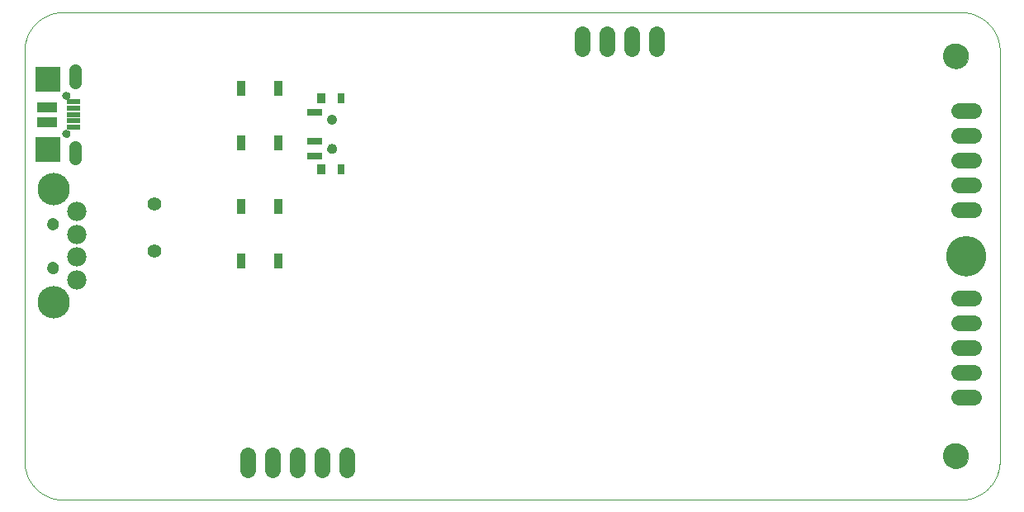
<source format=gbs>
G75*
%MOIN*%
%OFA0B0*%
%FSLAX25Y25*%
%IPPOS*%
%LPD*%
%AMOC8*
5,1,8,0,0,1.08239X$1,22.5*
%
%ADD10C,0.00000*%
%ADD11C,0.16148*%
%ADD12C,0.07800*%
%ADD13C,0.13061*%
%ADD14C,0.04731*%
%ADD15C,0.05600*%
%ADD16R,0.03400X0.06400*%
%ADD17C,0.06400*%
%ADD18C,0.10243*%
%ADD19R,0.06306X0.03156*%
%ADD20R,0.02762X0.04337*%
%ADD21R,0.03550X0.04337*%
%ADD22C,0.03943*%
%ADD23C,0.03156*%
%ADD24R,0.10243X0.10243*%
%ADD25C,0.05156*%
%ADD26R,0.08274X0.04337*%
%ADD27R,0.05709X0.01969*%
D10*
X0059668Y0020048D02*
X0059668Y0185402D01*
X0059673Y0185783D01*
X0059686Y0186163D01*
X0059709Y0186543D01*
X0059742Y0186922D01*
X0059783Y0187300D01*
X0059833Y0187677D01*
X0059893Y0188053D01*
X0059961Y0188428D01*
X0060039Y0188800D01*
X0060126Y0189171D01*
X0060221Y0189539D01*
X0060326Y0189905D01*
X0060439Y0190268D01*
X0060561Y0190629D01*
X0060691Y0190986D01*
X0060831Y0191340D01*
X0060978Y0191691D01*
X0061135Y0192038D01*
X0061299Y0192381D01*
X0061472Y0192720D01*
X0061653Y0193055D01*
X0061842Y0193386D01*
X0062039Y0193711D01*
X0062243Y0194032D01*
X0062456Y0194348D01*
X0062676Y0194658D01*
X0062903Y0194964D01*
X0063138Y0195263D01*
X0063380Y0195557D01*
X0063628Y0195845D01*
X0063884Y0196127D01*
X0064147Y0196402D01*
X0064416Y0196671D01*
X0064691Y0196934D01*
X0064973Y0197190D01*
X0065261Y0197438D01*
X0065555Y0197680D01*
X0065854Y0197915D01*
X0066160Y0198142D01*
X0066470Y0198362D01*
X0066786Y0198575D01*
X0067107Y0198779D01*
X0067432Y0198976D01*
X0067763Y0199165D01*
X0068098Y0199346D01*
X0068437Y0199519D01*
X0068780Y0199683D01*
X0069127Y0199840D01*
X0069478Y0199987D01*
X0069832Y0200127D01*
X0070189Y0200257D01*
X0070550Y0200379D01*
X0070913Y0200492D01*
X0071279Y0200597D01*
X0071647Y0200692D01*
X0072018Y0200779D01*
X0072390Y0200857D01*
X0072765Y0200925D01*
X0073141Y0200985D01*
X0073518Y0201035D01*
X0073896Y0201076D01*
X0074275Y0201109D01*
X0074655Y0201132D01*
X0075035Y0201145D01*
X0075416Y0201150D01*
X0437620Y0201150D01*
X0438001Y0201145D01*
X0438381Y0201132D01*
X0438761Y0201109D01*
X0439140Y0201076D01*
X0439518Y0201035D01*
X0439895Y0200985D01*
X0440271Y0200925D01*
X0440646Y0200857D01*
X0441018Y0200779D01*
X0441389Y0200692D01*
X0441757Y0200597D01*
X0442123Y0200492D01*
X0442486Y0200379D01*
X0442847Y0200257D01*
X0443204Y0200127D01*
X0443558Y0199987D01*
X0443909Y0199840D01*
X0444256Y0199683D01*
X0444599Y0199519D01*
X0444938Y0199346D01*
X0445273Y0199165D01*
X0445604Y0198976D01*
X0445929Y0198779D01*
X0446250Y0198575D01*
X0446566Y0198362D01*
X0446876Y0198142D01*
X0447182Y0197915D01*
X0447481Y0197680D01*
X0447775Y0197438D01*
X0448063Y0197190D01*
X0448345Y0196934D01*
X0448620Y0196671D01*
X0448889Y0196402D01*
X0449152Y0196127D01*
X0449408Y0195845D01*
X0449656Y0195557D01*
X0449898Y0195263D01*
X0450133Y0194964D01*
X0450360Y0194658D01*
X0450580Y0194348D01*
X0450793Y0194032D01*
X0450997Y0193711D01*
X0451194Y0193386D01*
X0451383Y0193055D01*
X0451564Y0192720D01*
X0451737Y0192381D01*
X0451901Y0192038D01*
X0452058Y0191691D01*
X0452205Y0191340D01*
X0452345Y0190986D01*
X0452475Y0190629D01*
X0452597Y0190268D01*
X0452710Y0189905D01*
X0452815Y0189539D01*
X0452910Y0189171D01*
X0452997Y0188800D01*
X0453075Y0188428D01*
X0453143Y0188053D01*
X0453203Y0187677D01*
X0453253Y0187300D01*
X0453294Y0186922D01*
X0453327Y0186543D01*
X0453350Y0186163D01*
X0453363Y0185783D01*
X0453368Y0185402D01*
X0453369Y0185402D02*
X0453369Y0020048D01*
X0453368Y0020048D02*
X0453363Y0019667D01*
X0453350Y0019287D01*
X0453327Y0018907D01*
X0453294Y0018528D01*
X0453253Y0018150D01*
X0453203Y0017773D01*
X0453143Y0017397D01*
X0453075Y0017022D01*
X0452997Y0016650D01*
X0452910Y0016279D01*
X0452815Y0015911D01*
X0452710Y0015545D01*
X0452597Y0015182D01*
X0452475Y0014821D01*
X0452345Y0014464D01*
X0452205Y0014110D01*
X0452058Y0013759D01*
X0451901Y0013412D01*
X0451737Y0013069D01*
X0451564Y0012730D01*
X0451383Y0012395D01*
X0451194Y0012064D01*
X0450997Y0011739D01*
X0450793Y0011418D01*
X0450580Y0011102D01*
X0450360Y0010792D01*
X0450133Y0010486D01*
X0449898Y0010187D01*
X0449656Y0009893D01*
X0449408Y0009605D01*
X0449152Y0009323D01*
X0448889Y0009048D01*
X0448620Y0008779D01*
X0448345Y0008516D01*
X0448063Y0008260D01*
X0447775Y0008012D01*
X0447481Y0007770D01*
X0447182Y0007535D01*
X0446876Y0007308D01*
X0446566Y0007088D01*
X0446250Y0006875D01*
X0445929Y0006671D01*
X0445604Y0006474D01*
X0445273Y0006285D01*
X0444938Y0006104D01*
X0444599Y0005931D01*
X0444256Y0005767D01*
X0443909Y0005610D01*
X0443558Y0005463D01*
X0443204Y0005323D01*
X0442847Y0005193D01*
X0442486Y0005071D01*
X0442123Y0004958D01*
X0441757Y0004853D01*
X0441389Y0004758D01*
X0441018Y0004671D01*
X0440646Y0004593D01*
X0440271Y0004525D01*
X0439895Y0004465D01*
X0439518Y0004415D01*
X0439140Y0004374D01*
X0438761Y0004341D01*
X0438381Y0004318D01*
X0438001Y0004305D01*
X0437620Y0004300D01*
X0075416Y0004300D01*
X0075035Y0004305D01*
X0074655Y0004318D01*
X0074275Y0004341D01*
X0073896Y0004374D01*
X0073518Y0004415D01*
X0073141Y0004465D01*
X0072765Y0004525D01*
X0072390Y0004593D01*
X0072018Y0004671D01*
X0071647Y0004758D01*
X0071279Y0004853D01*
X0070913Y0004958D01*
X0070550Y0005071D01*
X0070189Y0005193D01*
X0069832Y0005323D01*
X0069478Y0005463D01*
X0069127Y0005610D01*
X0068780Y0005767D01*
X0068437Y0005931D01*
X0068098Y0006104D01*
X0067763Y0006285D01*
X0067432Y0006474D01*
X0067107Y0006671D01*
X0066786Y0006875D01*
X0066470Y0007088D01*
X0066160Y0007308D01*
X0065854Y0007535D01*
X0065555Y0007770D01*
X0065261Y0008012D01*
X0064973Y0008260D01*
X0064691Y0008516D01*
X0064416Y0008779D01*
X0064147Y0009048D01*
X0063884Y0009323D01*
X0063628Y0009605D01*
X0063380Y0009893D01*
X0063138Y0010187D01*
X0062903Y0010486D01*
X0062676Y0010792D01*
X0062456Y0011102D01*
X0062243Y0011418D01*
X0062039Y0011739D01*
X0061842Y0012064D01*
X0061653Y0012395D01*
X0061472Y0012730D01*
X0061299Y0013069D01*
X0061135Y0013412D01*
X0060978Y0013759D01*
X0060831Y0014110D01*
X0060691Y0014464D01*
X0060561Y0014821D01*
X0060439Y0015182D01*
X0060326Y0015545D01*
X0060221Y0015911D01*
X0060126Y0016279D01*
X0060039Y0016650D01*
X0059961Y0017022D01*
X0059893Y0017397D01*
X0059833Y0017773D01*
X0059783Y0018150D01*
X0059742Y0018528D01*
X0059709Y0018907D01*
X0059686Y0019287D01*
X0059673Y0019667D01*
X0059668Y0020048D01*
X0068920Y0097942D02*
X0068922Y0098035D01*
X0068928Y0098127D01*
X0068938Y0098219D01*
X0068952Y0098310D01*
X0068969Y0098401D01*
X0068991Y0098491D01*
X0069016Y0098580D01*
X0069045Y0098668D01*
X0069078Y0098754D01*
X0069115Y0098839D01*
X0069155Y0098923D01*
X0069199Y0099004D01*
X0069246Y0099084D01*
X0069296Y0099162D01*
X0069350Y0099237D01*
X0069407Y0099310D01*
X0069467Y0099380D01*
X0069530Y0099448D01*
X0069596Y0099513D01*
X0069664Y0099575D01*
X0069735Y0099635D01*
X0069809Y0099691D01*
X0069885Y0099744D01*
X0069963Y0099793D01*
X0070043Y0099840D01*
X0070125Y0099882D01*
X0070209Y0099922D01*
X0070294Y0099957D01*
X0070381Y0099989D01*
X0070469Y0100018D01*
X0070558Y0100042D01*
X0070648Y0100063D01*
X0070739Y0100079D01*
X0070831Y0100092D01*
X0070923Y0100101D01*
X0071016Y0100106D01*
X0071108Y0100107D01*
X0071201Y0100104D01*
X0071293Y0100097D01*
X0071385Y0100086D01*
X0071476Y0100071D01*
X0071567Y0100053D01*
X0071657Y0100030D01*
X0071745Y0100004D01*
X0071833Y0099974D01*
X0071919Y0099940D01*
X0072003Y0099903D01*
X0072086Y0099861D01*
X0072167Y0099817D01*
X0072247Y0099769D01*
X0072324Y0099718D01*
X0072398Y0099663D01*
X0072471Y0099605D01*
X0072541Y0099545D01*
X0072608Y0099481D01*
X0072672Y0099415D01*
X0072734Y0099345D01*
X0072792Y0099274D01*
X0072847Y0099200D01*
X0072899Y0099123D01*
X0072948Y0099044D01*
X0072994Y0098964D01*
X0073036Y0098881D01*
X0073074Y0098797D01*
X0073109Y0098711D01*
X0073140Y0098624D01*
X0073167Y0098536D01*
X0073190Y0098446D01*
X0073210Y0098356D01*
X0073226Y0098265D01*
X0073238Y0098173D01*
X0073246Y0098081D01*
X0073250Y0097988D01*
X0073250Y0097896D01*
X0073246Y0097803D01*
X0073238Y0097711D01*
X0073226Y0097619D01*
X0073210Y0097528D01*
X0073190Y0097438D01*
X0073167Y0097348D01*
X0073140Y0097260D01*
X0073109Y0097173D01*
X0073074Y0097087D01*
X0073036Y0097003D01*
X0072994Y0096920D01*
X0072948Y0096840D01*
X0072899Y0096761D01*
X0072847Y0096684D01*
X0072792Y0096610D01*
X0072734Y0096539D01*
X0072672Y0096469D01*
X0072608Y0096403D01*
X0072541Y0096339D01*
X0072471Y0096279D01*
X0072398Y0096221D01*
X0072324Y0096166D01*
X0072247Y0096115D01*
X0072168Y0096067D01*
X0072086Y0096023D01*
X0072003Y0095981D01*
X0071919Y0095944D01*
X0071833Y0095910D01*
X0071745Y0095880D01*
X0071657Y0095854D01*
X0071567Y0095831D01*
X0071476Y0095813D01*
X0071385Y0095798D01*
X0071293Y0095787D01*
X0071201Y0095780D01*
X0071108Y0095777D01*
X0071016Y0095778D01*
X0070923Y0095783D01*
X0070831Y0095792D01*
X0070739Y0095805D01*
X0070648Y0095821D01*
X0070558Y0095842D01*
X0070469Y0095866D01*
X0070381Y0095895D01*
X0070294Y0095927D01*
X0070209Y0095962D01*
X0070125Y0096002D01*
X0070043Y0096044D01*
X0069963Y0096091D01*
X0069885Y0096140D01*
X0069809Y0096193D01*
X0069735Y0096249D01*
X0069664Y0096309D01*
X0069596Y0096371D01*
X0069530Y0096436D01*
X0069467Y0096504D01*
X0069407Y0096574D01*
X0069350Y0096647D01*
X0069296Y0096722D01*
X0069246Y0096800D01*
X0069199Y0096880D01*
X0069155Y0096961D01*
X0069115Y0097045D01*
X0069078Y0097130D01*
X0069045Y0097216D01*
X0069016Y0097304D01*
X0068991Y0097393D01*
X0068969Y0097483D01*
X0068952Y0097574D01*
X0068938Y0097665D01*
X0068928Y0097757D01*
X0068922Y0097849D01*
X0068920Y0097942D01*
X0068920Y0115658D02*
X0068922Y0115751D01*
X0068928Y0115843D01*
X0068938Y0115935D01*
X0068952Y0116026D01*
X0068969Y0116117D01*
X0068991Y0116207D01*
X0069016Y0116296D01*
X0069045Y0116384D01*
X0069078Y0116470D01*
X0069115Y0116555D01*
X0069155Y0116639D01*
X0069199Y0116720D01*
X0069246Y0116800D01*
X0069296Y0116878D01*
X0069350Y0116953D01*
X0069407Y0117026D01*
X0069467Y0117096D01*
X0069530Y0117164D01*
X0069596Y0117229D01*
X0069664Y0117291D01*
X0069735Y0117351D01*
X0069809Y0117407D01*
X0069885Y0117460D01*
X0069963Y0117509D01*
X0070043Y0117556D01*
X0070125Y0117598D01*
X0070209Y0117638D01*
X0070294Y0117673D01*
X0070381Y0117705D01*
X0070469Y0117734D01*
X0070558Y0117758D01*
X0070648Y0117779D01*
X0070739Y0117795D01*
X0070831Y0117808D01*
X0070923Y0117817D01*
X0071016Y0117822D01*
X0071108Y0117823D01*
X0071201Y0117820D01*
X0071293Y0117813D01*
X0071385Y0117802D01*
X0071476Y0117787D01*
X0071567Y0117769D01*
X0071657Y0117746D01*
X0071745Y0117720D01*
X0071833Y0117690D01*
X0071919Y0117656D01*
X0072003Y0117619D01*
X0072086Y0117577D01*
X0072167Y0117533D01*
X0072247Y0117485D01*
X0072324Y0117434D01*
X0072398Y0117379D01*
X0072471Y0117321D01*
X0072541Y0117261D01*
X0072608Y0117197D01*
X0072672Y0117131D01*
X0072734Y0117061D01*
X0072792Y0116990D01*
X0072847Y0116916D01*
X0072899Y0116839D01*
X0072948Y0116760D01*
X0072994Y0116680D01*
X0073036Y0116597D01*
X0073074Y0116513D01*
X0073109Y0116427D01*
X0073140Y0116340D01*
X0073167Y0116252D01*
X0073190Y0116162D01*
X0073210Y0116072D01*
X0073226Y0115981D01*
X0073238Y0115889D01*
X0073246Y0115797D01*
X0073250Y0115704D01*
X0073250Y0115612D01*
X0073246Y0115519D01*
X0073238Y0115427D01*
X0073226Y0115335D01*
X0073210Y0115244D01*
X0073190Y0115154D01*
X0073167Y0115064D01*
X0073140Y0114976D01*
X0073109Y0114889D01*
X0073074Y0114803D01*
X0073036Y0114719D01*
X0072994Y0114636D01*
X0072948Y0114556D01*
X0072899Y0114477D01*
X0072847Y0114400D01*
X0072792Y0114326D01*
X0072734Y0114255D01*
X0072672Y0114185D01*
X0072608Y0114119D01*
X0072541Y0114055D01*
X0072471Y0113995D01*
X0072398Y0113937D01*
X0072324Y0113882D01*
X0072247Y0113831D01*
X0072168Y0113783D01*
X0072086Y0113739D01*
X0072003Y0113697D01*
X0071919Y0113660D01*
X0071833Y0113626D01*
X0071745Y0113596D01*
X0071657Y0113570D01*
X0071567Y0113547D01*
X0071476Y0113529D01*
X0071385Y0113514D01*
X0071293Y0113503D01*
X0071201Y0113496D01*
X0071108Y0113493D01*
X0071016Y0113494D01*
X0070923Y0113499D01*
X0070831Y0113508D01*
X0070739Y0113521D01*
X0070648Y0113537D01*
X0070558Y0113558D01*
X0070469Y0113582D01*
X0070381Y0113611D01*
X0070294Y0113643D01*
X0070209Y0113678D01*
X0070125Y0113718D01*
X0070043Y0113760D01*
X0069963Y0113807D01*
X0069885Y0113856D01*
X0069809Y0113909D01*
X0069735Y0113965D01*
X0069664Y0114025D01*
X0069596Y0114087D01*
X0069530Y0114152D01*
X0069467Y0114220D01*
X0069407Y0114290D01*
X0069350Y0114363D01*
X0069296Y0114438D01*
X0069246Y0114516D01*
X0069199Y0114596D01*
X0069155Y0114677D01*
X0069115Y0114761D01*
X0069078Y0114846D01*
X0069045Y0114932D01*
X0069016Y0115020D01*
X0068991Y0115109D01*
X0068969Y0115199D01*
X0068952Y0115290D01*
X0068938Y0115381D01*
X0068928Y0115473D01*
X0068922Y0115565D01*
X0068920Y0115658D01*
X0067935Y0144457D02*
X0070298Y0144457D01*
X0070297Y0144457D02*
X0070360Y0144465D01*
X0070422Y0144476D01*
X0070484Y0144491D01*
X0070544Y0144509D01*
X0070604Y0144531D01*
X0070662Y0144556D01*
X0070718Y0144585D01*
X0070773Y0144617D01*
X0070825Y0144652D01*
X0070876Y0144690D01*
X0070924Y0144730D01*
X0070970Y0144774D01*
X0071013Y0144820D01*
X0071054Y0144869D01*
X0071092Y0144920D01*
X0071126Y0144972D01*
X0071158Y0145027D01*
X0071186Y0145084D01*
X0071211Y0145142D01*
X0071232Y0145202D01*
X0071250Y0145262D01*
X0071264Y0145324D01*
X0071275Y0145386D01*
X0071282Y0145449D01*
X0071286Y0145512D01*
X0071285Y0145575D01*
X0071282Y0145638D01*
X0071282Y0145639D02*
X0071285Y0145702D01*
X0071286Y0145765D01*
X0071282Y0145828D01*
X0071275Y0145891D01*
X0071264Y0145953D01*
X0071250Y0146015D01*
X0071232Y0146075D01*
X0071211Y0146135D01*
X0071186Y0146193D01*
X0071158Y0146250D01*
X0071126Y0146305D01*
X0071092Y0146357D01*
X0071054Y0146408D01*
X0071013Y0146457D01*
X0070970Y0146503D01*
X0070924Y0146547D01*
X0070876Y0146587D01*
X0070825Y0146625D01*
X0070773Y0146660D01*
X0070718Y0146692D01*
X0070662Y0146721D01*
X0070604Y0146746D01*
X0070544Y0146768D01*
X0070484Y0146786D01*
X0070422Y0146801D01*
X0070360Y0146812D01*
X0070297Y0146820D01*
X0070298Y0146820D02*
X0067935Y0146820D01*
X0067936Y0146820D02*
X0067870Y0146812D01*
X0067806Y0146800D01*
X0067742Y0146784D01*
X0067679Y0146765D01*
X0067618Y0146741D01*
X0067558Y0146714D01*
X0067500Y0146684D01*
X0067444Y0146650D01*
X0067390Y0146613D01*
X0067338Y0146572D01*
X0067289Y0146528D01*
X0067242Y0146482D01*
X0067199Y0146433D01*
X0067158Y0146381D01*
X0067121Y0146327D01*
X0067087Y0146271D01*
X0067057Y0146213D01*
X0067030Y0146153D01*
X0067006Y0146092D01*
X0066987Y0146029D01*
X0066971Y0145965D01*
X0066959Y0145901D01*
X0066951Y0145835D01*
X0066947Y0145770D01*
X0066947Y0145704D01*
X0066951Y0145639D01*
X0066951Y0145638D02*
X0066947Y0145573D01*
X0066947Y0145507D01*
X0066951Y0145442D01*
X0066959Y0145376D01*
X0066971Y0145312D01*
X0066987Y0145248D01*
X0067006Y0145185D01*
X0067030Y0145124D01*
X0067057Y0145064D01*
X0067087Y0145006D01*
X0067121Y0144950D01*
X0067158Y0144896D01*
X0067199Y0144844D01*
X0067242Y0144795D01*
X0067289Y0144749D01*
X0067338Y0144705D01*
X0067390Y0144664D01*
X0067444Y0144627D01*
X0067500Y0144593D01*
X0067558Y0144563D01*
X0067618Y0144536D01*
X0067679Y0144512D01*
X0067742Y0144493D01*
X0067806Y0144477D01*
X0067870Y0144465D01*
X0067936Y0144457D01*
X0075219Y0152135D02*
X0075221Y0152209D01*
X0075227Y0152283D01*
X0075237Y0152356D01*
X0075251Y0152429D01*
X0075268Y0152501D01*
X0075290Y0152571D01*
X0075315Y0152641D01*
X0075344Y0152709D01*
X0075377Y0152775D01*
X0075413Y0152840D01*
X0075453Y0152902D01*
X0075495Y0152963D01*
X0075541Y0153021D01*
X0075590Y0153076D01*
X0075642Y0153129D01*
X0075697Y0153179D01*
X0075754Y0153225D01*
X0075814Y0153269D01*
X0075876Y0153309D01*
X0075940Y0153346D01*
X0076006Y0153380D01*
X0076074Y0153410D01*
X0076143Y0153436D01*
X0076214Y0153459D01*
X0076285Y0153477D01*
X0076358Y0153492D01*
X0076431Y0153503D01*
X0076505Y0153510D01*
X0076579Y0153513D01*
X0076652Y0153512D01*
X0076726Y0153507D01*
X0076800Y0153498D01*
X0076873Y0153485D01*
X0076945Y0153468D01*
X0077016Y0153448D01*
X0077086Y0153423D01*
X0077154Y0153395D01*
X0077221Y0153364D01*
X0077286Y0153328D01*
X0077349Y0153290D01*
X0077410Y0153248D01*
X0077469Y0153202D01*
X0077525Y0153154D01*
X0077578Y0153103D01*
X0077628Y0153049D01*
X0077676Y0152992D01*
X0077720Y0152933D01*
X0077762Y0152871D01*
X0077800Y0152808D01*
X0077834Y0152742D01*
X0077865Y0152675D01*
X0077892Y0152606D01*
X0077915Y0152536D01*
X0077935Y0152465D01*
X0077951Y0152392D01*
X0077963Y0152319D01*
X0077971Y0152246D01*
X0077975Y0152172D01*
X0077975Y0152098D01*
X0077971Y0152024D01*
X0077963Y0151951D01*
X0077951Y0151878D01*
X0077935Y0151805D01*
X0077915Y0151734D01*
X0077892Y0151664D01*
X0077865Y0151595D01*
X0077834Y0151528D01*
X0077800Y0151462D01*
X0077762Y0151399D01*
X0077720Y0151337D01*
X0077676Y0151278D01*
X0077628Y0151221D01*
X0077578Y0151167D01*
X0077525Y0151116D01*
X0077469Y0151068D01*
X0077410Y0151022D01*
X0077349Y0150980D01*
X0077286Y0150942D01*
X0077221Y0150906D01*
X0077154Y0150875D01*
X0077086Y0150847D01*
X0077016Y0150822D01*
X0076945Y0150802D01*
X0076873Y0150785D01*
X0076800Y0150772D01*
X0076726Y0150763D01*
X0076652Y0150758D01*
X0076579Y0150757D01*
X0076505Y0150760D01*
X0076431Y0150767D01*
X0076358Y0150778D01*
X0076285Y0150793D01*
X0076214Y0150811D01*
X0076143Y0150834D01*
X0076074Y0150860D01*
X0076006Y0150890D01*
X0075940Y0150924D01*
X0075876Y0150961D01*
X0075814Y0151001D01*
X0075754Y0151045D01*
X0075697Y0151091D01*
X0075642Y0151141D01*
X0075590Y0151194D01*
X0075541Y0151249D01*
X0075495Y0151307D01*
X0075453Y0151368D01*
X0075413Y0151430D01*
X0075377Y0151495D01*
X0075344Y0151561D01*
X0075315Y0151629D01*
X0075290Y0151699D01*
X0075268Y0151769D01*
X0075251Y0151841D01*
X0075237Y0151914D01*
X0075227Y0151987D01*
X0075221Y0152061D01*
X0075219Y0152135D01*
X0075219Y0167489D02*
X0075221Y0167563D01*
X0075227Y0167637D01*
X0075237Y0167710D01*
X0075251Y0167783D01*
X0075268Y0167855D01*
X0075290Y0167925D01*
X0075315Y0167995D01*
X0075344Y0168063D01*
X0075377Y0168129D01*
X0075413Y0168194D01*
X0075453Y0168256D01*
X0075495Y0168317D01*
X0075541Y0168375D01*
X0075590Y0168430D01*
X0075642Y0168483D01*
X0075697Y0168533D01*
X0075754Y0168579D01*
X0075814Y0168623D01*
X0075876Y0168663D01*
X0075940Y0168700D01*
X0076006Y0168734D01*
X0076074Y0168764D01*
X0076143Y0168790D01*
X0076214Y0168813D01*
X0076285Y0168831D01*
X0076358Y0168846D01*
X0076431Y0168857D01*
X0076505Y0168864D01*
X0076579Y0168867D01*
X0076652Y0168866D01*
X0076726Y0168861D01*
X0076800Y0168852D01*
X0076873Y0168839D01*
X0076945Y0168822D01*
X0077016Y0168802D01*
X0077086Y0168777D01*
X0077154Y0168749D01*
X0077221Y0168718D01*
X0077286Y0168682D01*
X0077349Y0168644D01*
X0077410Y0168602D01*
X0077469Y0168556D01*
X0077525Y0168508D01*
X0077578Y0168457D01*
X0077628Y0168403D01*
X0077676Y0168346D01*
X0077720Y0168287D01*
X0077762Y0168225D01*
X0077800Y0168162D01*
X0077834Y0168096D01*
X0077865Y0168029D01*
X0077892Y0167960D01*
X0077915Y0167890D01*
X0077935Y0167819D01*
X0077951Y0167746D01*
X0077963Y0167673D01*
X0077971Y0167600D01*
X0077975Y0167526D01*
X0077975Y0167452D01*
X0077971Y0167378D01*
X0077963Y0167305D01*
X0077951Y0167232D01*
X0077935Y0167159D01*
X0077915Y0167088D01*
X0077892Y0167018D01*
X0077865Y0166949D01*
X0077834Y0166882D01*
X0077800Y0166816D01*
X0077762Y0166753D01*
X0077720Y0166691D01*
X0077676Y0166632D01*
X0077628Y0166575D01*
X0077578Y0166521D01*
X0077525Y0166470D01*
X0077469Y0166422D01*
X0077410Y0166376D01*
X0077349Y0166334D01*
X0077286Y0166296D01*
X0077221Y0166260D01*
X0077154Y0166229D01*
X0077086Y0166201D01*
X0077016Y0166176D01*
X0076945Y0166156D01*
X0076873Y0166139D01*
X0076800Y0166126D01*
X0076726Y0166117D01*
X0076652Y0166112D01*
X0076579Y0166111D01*
X0076505Y0166114D01*
X0076431Y0166121D01*
X0076358Y0166132D01*
X0076285Y0166147D01*
X0076214Y0166165D01*
X0076143Y0166188D01*
X0076074Y0166214D01*
X0076006Y0166244D01*
X0075940Y0166278D01*
X0075876Y0166315D01*
X0075814Y0166355D01*
X0075754Y0166399D01*
X0075697Y0166445D01*
X0075642Y0166495D01*
X0075590Y0166548D01*
X0075541Y0166603D01*
X0075495Y0166661D01*
X0075453Y0166722D01*
X0075413Y0166784D01*
X0075377Y0166849D01*
X0075344Y0166915D01*
X0075315Y0166983D01*
X0075290Y0167053D01*
X0075268Y0167123D01*
X0075251Y0167195D01*
X0075237Y0167268D01*
X0075227Y0167341D01*
X0075221Y0167415D01*
X0075219Y0167489D01*
X0070298Y0172804D02*
X0067935Y0172804D01*
X0067936Y0172804D02*
X0067870Y0172812D01*
X0067806Y0172824D01*
X0067742Y0172840D01*
X0067679Y0172859D01*
X0067618Y0172883D01*
X0067558Y0172910D01*
X0067500Y0172940D01*
X0067444Y0172974D01*
X0067390Y0173011D01*
X0067338Y0173052D01*
X0067289Y0173096D01*
X0067242Y0173142D01*
X0067199Y0173191D01*
X0067158Y0173243D01*
X0067121Y0173297D01*
X0067087Y0173353D01*
X0067057Y0173411D01*
X0067030Y0173471D01*
X0067006Y0173532D01*
X0066987Y0173595D01*
X0066971Y0173659D01*
X0066959Y0173723D01*
X0066951Y0173789D01*
X0066947Y0173854D01*
X0066947Y0173920D01*
X0066951Y0173985D01*
X0066947Y0174050D01*
X0066947Y0174116D01*
X0066951Y0174181D01*
X0066959Y0174247D01*
X0066971Y0174311D01*
X0066987Y0174375D01*
X0067006Y0174438D01*
X0067030Y0174499D01*
X0067057Y0174559D01*
X0067087Y0174617D01*
X0067121Y0174673D01*
X0067158Y0174727D01*
X0067199Y0174779D01*
X0067242Y0174828D01*
X0067289Y0174874D01*
X0067338Y0174918D01*
X0067390Y0174959D01*
X0067444Y0174996D01*
X0067500Y0175030D01*
X0067558Y0175060D01*
X0067618Y0175087D01*
X0067679Y0175111D01*
X0067742Y0175130D01*
X0067806Y0175146D01*
X0067870Y0175158D01*
X0067936Y0175166D01*
X0067935Y0175166D02*
X0070298Y0175166D01*
X0070297Y0175166D02*
X0070360Y0175158D01*
X0070422Y0175147D01*
X0070484Y0175132D01*
X0070544Y0175114D01*
X0070604Y0175092D01*
X0070662Y0175067D01*
X0070718Y0175038D01*
X0070773Y0175006D01*
X0070825Y0174971D01*
X0070876Y0174933D01*
X0070924Y0174893D01*
X0070970Y0174849D01*
X0071013Y0174803D01*
X0071054Y0174754D01*
X0071092Y0174703D01*
X0071126Y0174651D01*
X0071158Y0174596D01*
X0071186Y0174539D01*
X0071211Y0174481D01*
X0071232Y0174421D01*
X0071250Y0174361D01*
X0071264Y0174299D01*
X0071275Y0174237D01*
X0071282Y0174174D01*
X0071286Y0174111D01*
X0071285Y0174048D01*
X0071282Y0173985D01*
X0071285Y0173922D01*
X0071286Y0173859D01*
X0071282Y0173796D01*
X0071275Y0173733D01*
X0071264Y0173671D01*
X0071250Y0173609D01*
X0071232Y0173549D01*
X0071211Y0173489D01*
X0071186Y0173431D01*
X0071158Y0173374D01*
X0071126Y0173319D01*
X0071092Y0173267D01*
X0071054Y0173216D01*
X0071013Y0173167D01*
X0070970Y0173121D01*
X0070924Y0173077D01*
X0070876Y0173037D01*
X0070825Y0172999D01*
X0070773Y0172964D01*
X0070718Y0172932D01*
X0070662Y0172903D01*
X0070604Y0172878D01*
X0070544Y0172856D01*
X0070484Y0172838D01*
X0070422Y0172823D01*
X0070360Y0172812D01*
X0070297Y0172804D01*
X0181911Y0157843D02*
X0181913Y0157927D01*
X0181919Y0158010D01*
X0181929Y0158093D01*
X0181943Y0158176D01*
X0181960Y0158258D01*
X0181982Y0158339D01*
X0182007Y0158418D01*
X0182036Y0158497D01*
X0182069Y0158574D01*
X0182105Y0158649D01*
X0182145Y0158723D01*
X0182188Y0158795D01*
X0182235Y0158864D01*
X0182285Y0158931D01*
X0182338Y0158996D01*
X0182394Y0159058D01*
X0182452Y0159118D01*
X0182514Y0159175D01*
X0182578Y0159228D01*
X0182645Y0159279D01*
X0182714Y0159326D01*
X0182785Y0159371D01*
X0182858Y0159411D01*
X0182933Y0159448D01*
X0183010Y0159482D01*
X0183088Y0159512D01*
X0183167Y0159538D01*
X0183248Y0159561D01*
X0183330Y0159579D01*
X0183412Y0159594D01*
X0183495Y0159605D01*
X0183578Y0159612D01*
X0183662Y0159615D01*
X0183746Y0159614D01*
X0183829Y0159609D01*
X0183913Y0159600D01*
X0183995Y0159587D01*
X0184077Y0159571D01*
X0184158Y0159550D01*
X0184239Y0159526D01*
X0184317Y0159498D01*
X0184395Y0159466D01*
X0184471Y0159430D01*
X0184545Y0159391D01*
X0184617Y0159349D01*
X0184687Y0159303D01*
X0184755Y0159254D01*
X0184820Y0159202D01*
X0184883Y0159147D01*
X0184943Y0159089D01*
X0185001Y0159028D01*
X0185055Y0158964D01*
X0185107Y0158898D01*
X0185155Y0158830D01*
X0185200Y0158759D01*
X0185241Y0158686D01*
X0185280Y0158612D01*
X0185314Y0158536D01*
X0185345Y0158458D01*
X0185372Y0158379D01*
X0185396Y0158298D01*
X0185415Y0158217D01*
X0185431Y0158135D01*
X0185443Y0158052D01*
X0185451Y0157968D01*
X0185455Y0157885D01*
X0185455Y0157801D01*
X0185451Y0157718D01*
X0185443Y0157634D01*
X0185431Y0157551D01*
X0185415Y0157469D01*
X0185396Y0157388D01*
X0185372Y0157307D01*
X0185345Y0157228D01*
X0185314Y0157150D01*
X0185280Y0157074D01*
X0185241Y0157000D01*
X0185200Y0156927D01*
X0185155Y0156856D01*
X0185107Y0156788D01*
X0185055Y0156722D01*
X0185001Y0156658D01*
X0184943Y0156597D01*
X0184883Y0156539D01*
X0184820Y0156484D01*
X0184755Y0156432D01*
X0184687Y0156383D01*
X0184617Y0156337D01*
X0184545Y0156295D01*
X0184471Y0156256D01*
X0184395Y0156220D01*
X0184317Y0156188D01*
X0184239Y0156160D01*
X0184158Y0156136D01*
X0184077Y0156115D01*
X0183995Y0156099D01*
X0183913Y0156086D01*
X0183829Y0156077D01*
X0183746Y0156072D01*
X0183662Y0156071D01*
X0183578Y0156074D01*
X0183495Y0156081D01*
X0183412Y0156092D01*
X0183330Y0156107D01*
X0183248Y0156125D01*
X0183167Y0156148D01*
X0183088Y0156174D01*
X0183010Y0156204D01*
X0182933Y0156238D01*
X0182858Y0156275D01*
X0182785Y0156315D01*
X0182714Y0156360D01*
X0182645Y0156407D01*
X0182578Y0156458D01*
X0182514Y0156511D01*
X0182452Y0156568D01*
X0182394Y0156628D01*
X0182338Y0156690D01*
X0182285Y0156755D01*
X0182235Y0156822D01*
X0182188Y0156891D01*
X0182145Y0156963D01*
X0182105Y0157037D01*
X0182069Y0157112D01*
X0182036Y0157189D01*
X0182007Y0157268D01*
X0181982Y0157347D01*
X0181960Y0157428D01*
X0181943Y0157510D01*
X0181929Y0157593D01*
X0181919Y0157676D01*
X0181913Y0157759D01*
X0181911Y0157843D01*
X0181911Y0146032D02*
X0181913Y0146116D01*
X0181919Y0146199D01*
X0181929Y0146282D01*
X0181943Y0146365D01*
X0181960Y0146447D01*
X0181982Y0146528D01*
X0182007Y0146607D01*
X0182036Y0146686D01*
X0182069Y0146763D01*
X0182105Y0146838D01*
X0182145Y0146912D01*
X0182188Y0146984D01*
X0182235Y0147053D01*
X0182285Y0147120D01*
X0182338Y0147185D01*
X0182394Y0147247D01*
X0182452Y0147307D01*
X0182514Y0147364D01*
X0182578Y0147417D01*
X0182645Y0147468D01*
X0182714Y0147515D01*
X0182785Y0147560D01*
X0182858Y0147600D01*
X0182933Y0147637D01*
X0183010Y0147671D01*
X0183088Y0147701D01*
X0183167Y0147727D01*
X0183248Y0147750D01*
X0183330Y0147768D01*
X0183412Y0147783D01*
X0183495Y0147794D01*
X0183578Y0147801D01*
X0183662Y0147804D01*
X0183746Y0147803D01*
X0183829Y0147798D01*
X0183913Y0147789D01*
X0183995Y0147776D01*
X0184077Y0147760D01*
X0184158Y0147739D01*
X0184239Y0147715D01*
X0184317Y0147687D01*
X0184395Y0147655D01*
X0184471Y0147619D01*
X0184545Y0147580D01*
X0184617Y0147538D01*
X0184687Y0147492D01*
X0184755Y0147443D01*
X0184820Y0147391D01*
X0184883Y0147336D01*
X0184943Y0147278D01*
X0185001Y0147217D01*
X0185055Y0147153D01*
X0185107Y0147087D01*
X0185155Y0147019D01*
X0185200Y0146948D01*
X0185241Y0146875D01*
X0185280Y0146801D01*
X0185314Y0146725D01*
X0185345Y0146647D01*
X0185372Y0146568D01*
X0185396Y0146487D01*
X0185415Y0146406D01*
X0185431Y0146324D01*
X0185443Y0146241D01*
X0185451Y0146157D01*
X0185455Y0146074D01*
X0185455Y0145990D01*
X0185451Y0145907D01*
X0185443Y0145823D01*
X0185431Y0145740D01*
X0185415Y0145658D01*
X0185396Y0145577D01*
X0185372Y0145496D01*
X0185345Y0145417D01*
X0185314Y0145339D01*
X0185280Y0145263D01*
X0185241Y0145189D01*
X0185200Y0145116D01*
X0185155Y0145045D01*
X0185107Y0144977D01*
X0185055Y0144911D01*
X0185001Y0144847D01*
X0184943Y0144786D01*
X0184883Y0144728D01*
X0184820Y0144673D01*
X0184755Y0144621D01*
X0184687Y0144572D01*
X0184617Y0144526D01*
X0184545Y0144484D01*
X0184471Y0144445D01*
X0184395Y0144409D01*
X0184317Y0144377D01*
X0184239Y0144349D01*
X0184158Y0144325D01*
X0184077Y0144304D01*
X0183995Y0144288D01*
X0183913Y0144275D01*
X0183829Y0144266D01*
X0183746Y0144261D01*
X0183662Y0144260D01*
X0183578Y0144263D01*
X0183495Y0144270D01*
X0183412Y0144281D01*
X0183330Y0144296D01*
X0183248Y0144314D01*
X0183167Y0144337D01*
X0183088Y0144363D01*
X0183010Y0144393D01*
X0182933Y0144427D01*
X0182858Y0144464D01*
X0182785Y0144504D01*
X0182714Y0144549D01*
X0182645Y0144596D01*
X0182578Y0144647D01*
X0182514Y0144700D01*
X0182452Y0144757D01*
X0182394Y0144817D01*
X0182338Y0144879D01*
X0182285Y0144944D01*
X0182235Y0145011D01*
X0182188Y0145080D01*
X0182145Y0145152D01*
X0182105Y0145226D01*
X0182069Y0145301D01*
X0182036Y0145378D01*
X0182007Y0145457D01*
X0181982Y0145536D01*
X0181960Y0145617D01*
X0181943Y0145699D01*
X0181929Y0145782D01*
X0181919Y0145865D01*
X0181913Y0145948D01*
X0181911Y0146032D01*
X0430731Y0183434D02*
X0430733Y0183574D01*
X0430739Y0183714D01*
X0430749Y0183853D01*
X0430763Y0183992D01*
X0430781Y0184131D01*
X0430802Y0184269D01*
X0430828Y0184407D01*
X0430858Y0184544D01*
X0430891Y0184679D01*
X0430929Y0184814D01*
X0430970Y0184948D01*
X0431015Y0185081D01*
X0431063Y0185212D01*
X0431116Y0185341D01*
X0431172Y0185470D01*
X0431231Y0185596D01*
X0431295Y0185721D01*
X0431361Y0185844D01*
X0431432Y0185965D01*
X0431505Y0186084D01*
X0431582Y0186201D01*
X0431663Y0186315D01*
X0431746Y0186427D01*
X0431833Y0186537D01*
X0431923Y0186645D01*
X0432015Y0186749D01*
X0432111Y0186851D01*
X0432210Y0186951D01*
X0432311Y0187047D01*
X0432415Y0187141D01*
X0432522Y0187231D01*
X0432631Y0187318D01*
X0432743Y0187403D01*
X0432857Y0187484D01*
X0432973Y0187562D01*
X0433091Y0187636D01*
X0433212Y0187707D01*
X0433334Y0187775D01*
X0433459Y0187839D01*
X0433585Y0187900D01*
X0433712Y0187957D01*
X0433842Y0188010D01*
X0433973Y0188060D01*
X0434105Y0188105D01*
X0434238Y0188148D01*
X0434373Y0188186D01*
X0434508Y0188220D01*
X0434645Y0188251D01*
X0434782Y0188278D01*
X0434920Y0188300D01*
X0435059Y0188319D01*
X0435198Y0188334D01*
X0435337Y0188345D01*
X0435477Y0188352D01*
X0435617Y0188355D01*
X0435757Y0188354D01*
X0435897Y0188349D01*
X0436036Y0188340D01*
X0436176Y0188327D01*
X0436315Y0188310D01*
X0436453Y0188289D01*
X0436591Y0188265D01*
X0436728Y0188236D01*
X0436864Y0188204D01*
X0436999Y0188167D01*
X0437133Y0188127D01*
X0437266Y0188083D01*
X0437397Y0188035D01*
X0437527Y0187984D01*
X0437656Y0187929D01*
X0437783Y0187870D01*
X0437908Y0187807D01*
X0438031Y0187742D01*
X0438153Y0187672D01*
X0438272Y0187599D01*
X0438390Y0187523D01*
X0438505Y0187444D01*
X0438618Y0187361D01*
X0438728Y0187275D01*
X0438836Y0187186D01*
X0438941Y0187094D01*
X0439044Y0186999D01*
X0439144Y0186901D01*
X0439241Y0186801D01*
X0439335Y0186697D01*
X0439427Y0186591D01*
X0439515Y0186483D01*
X0439600Y0186372D01*
X0439682Y0186258D01*
X0439761Y0186142D01*
X0439836Y0186025D01*
X0439908Y0185905D01*
X0439976Y0185783D01*
X0440041Y0185659D01*
X0440103Y0185533D01*
X0440161Y0185406D01*
X0440215Y0185277D01*
X0440266Y0185146D01*
X0440312Y0185014D01*
X0440355Y0184881D01*
X0440395Y0184747D01*
X0440430Y0184612D01*
X0440462Y0184475D01*
X0440489Y0184338D01*
X0440513Y0184200D01*
X0440533Y0184062D01*
X0440549Y0183923D01*
X0440561Y0183783D01*
X0440569Y0183644D01*
X0440573Y0183504D01*
X0440573Y0183364D01*
X0440569Y0183224D01*
X0440561Y0183085D01*
X0440549Y0182945D01*
X0440533Y0182806D01*
X0440513Y0182668D01*
X0440489Y0182530D01*
X0440462Y0182393D01*
X0440430Y0182256D01*
X0440395Y0182121D01*
X0440355Y0181987D01*
X0440312Y0181854D01*
X0440266Y0181722D01*
X0440215Y0181591D01*
X0440161Y0181462D01*
X0440103Y0181335D01*
X0440041Y0181209D01*
X0439976Y0181085D01*
X0439908Y0180963D01*
X0439836Y0180843D01*
X0439761Y0180726D01*
X0439682Y0180610D01*
X0439600Y0180496D01*
X0439515Y0180385D01*
X0439427Y0180277D01*
X0439335Y0180171D01*
X0439241Y0180067D01*
X0439144Y0179967D01*
X0439044Y0179869D01*
X0438941Y0179774D01*
X0438836Y0179682D01*
X0438728Y0179593D01*
X0438618Y0179507D01*
X0438505Y0179424D01*
X0438390Y0179345D01*
X0438272Y0179269D01*
X0438153Y0179196D01*
X0438031Y0179126D01*
X0437908Y0179061D01*
X0437783Y0178998D01*
X0437656Y0178939D01*
X0437527Y0178884D01*
X0437397Y0178833D01*
X0437266Y0178785D01*
X0437133Y0178741D01*
X0436999Y0178701D01*
X0436864Y0178664D01*
X0436728Y0178632D01*
X0436591Y0178603D01*
X0436453Y0178579D01*
X0436315Y0178558D01*
X0436176Y0178541D01*
X0436036Y0178528D01*
X0435897Y0178519D01*
X0435757Y0178514D01*
X0435617Y0178513D01*
X0435477Y0178516D01*
X0435337Y0178523D01*
X0435198Y0178534D01*
X0435059Y0178549D01*
X0434920Y0178568D01*
X0434782Y0178590D01*
X0434645Y0178617D01*
X0434508Y0178648D01*
X0434373Y0178682D01*
X0434238Y0178720D01*
X0434105Y0178763D01*
X0433973Y0178808D01*
X0433842Y0178858D01*
X0433712Y0178911D01*
X0433585Y0178968D01*
X0433459Y0179029D01*
X0433334Y0179093D01*
X0433212Y0179161D01*
X0433091Y0179232D01*
X0432973Y0179306D01*
X0432857Y0179384D01*
X0432743Y0179465D01*
X0432631Y0179550D01*
X0432522Y0179637D01*
X0432415Y0179727D01*
X0432311Y0179821D01*
X0432210Y0179917D01*
X0432111Y0180017D01*
X0432015Y0180119D01*
X0431923Y0180223D01*
X0431833Y0180331D01*
X0431746Y0180441D01*
X0431663Y0180553D01*
X0431582Y0180667D01*
X0431505Y0180784D01*
X0431432Y0180903D01*
X0431361Y0181024D01*
X0431295Y0181147D01*
X0431231Y0181272D01*
X0431172Y0181398D01*
X0431116Y0181527D01*
X0431063Y0181656D01*
X0431015Y0181787D01*
X0430970Y0181920D01*
X0430929Y0182054D01*
X0430891Y0182189D01*
X0430858Y0182324D01*
X0430828Y0182461D01*
X0430802Y0182599D01*
X0430781Y0182737D01*
X0430763Y0182876D01*
X0430749Y0183015D01*
X0430739Y0183154D01*
X0430733Y0183294D01*
X0430731Y0183434D01*
X0431794Y0102725D02*
X0431796Y0102918D01*
X0431803Y0103111D01*
X0431815Y0103304D01*
X0431832Y0103497D01*
X0431853Y0103689D01*
X0431879Y0103880D01*
X0431910Y0104071D01*
X0431945Y0104261D01*
X0431985Y0104450D01*
X0432030Y0104638D01*
X0432079Y0104825D01*
X0432133Y0105011D01*
X0432191Y0105195D01*
X0432254Y0105378D01*
X0432322Y0105559D01*
X0432393Y0105738D01*
X0432470Y0105916D01*
X0432550Y0106092D01*
X0432635Y0106265D01*
X0432724Y0106437D01*
X0432817Y0106606D01*
X0432914Y0106773D01*
X0433016Y0106938D01*
X0433121Y0107100D01*
X0433230Y0107259D01*
X0433344Y0107416D01*
X0433461Y0107569D01*
X0433581Y0107720D01*
X0433706Y0107868D01*
X0433834Y0108013D01*
X0433965Y0108154D01*
X0434100Y0108293D01*
X0434239Y0108428D01*
X0434380Y0108559D01*
X0434525Y0108687D01*
X0434673Y0108812D01*
X0434824Y0108932D01*
X0434977Y0109049D01*
X0435134Y0109163D01*
X0435293Y0109272D01*
X0435455Y0109377D01*
X0435620Y0109479D01*
X0435787Y0109576D01*
X0435956Y0109669D01*
X0436128Y0109758D01*
X0436301Y0109843D01*
X0436477Y0109923D01*
X0436655Y0110000D01*
X0436834Y0110071D01*
X0437015Y0110139D01*
X0437198Y0110202D01*
X0437382Y0110260D01*
X0437568Y0110314D01*
X0437755Y0110363D01*
X0437943Y0110408D01*
X0438132Y0110448D01*
X0438322Y0110483D01*
X0438513Y0110514D01*
X0438704Y0110540D01*
X0438896Y0110561D01*
X0439089Y0110578D01*
X0439282Y0110590D01*
X0439475Y0110597D01*
X0439668Y0110599D01*
X0439861Y0110597D01*
X0440054Y0110590D01*
X0440247Y0110578D01*
X0440440Y0110561D01*
X0440632Y0110540D01*
X0440823Y0110514D01*
X0441014Y0110483D01*
X0441204Y0110448D01*
X0441393Y0110408D01*
X0441581Y0110363D01*
X0441768Y0110314D01*
X0441954Y0110260D01*
X0442138Y0110202D01*
X0442321Y0110139D01*
X0442502Y0110071D01*
X0442681Y0110000D01*
X0442859Y0109923D01*
X0443035Y0109843D01*
X0443208Y0109758D01*
X0443380Y0109669D01*
X0443549Y0109576D01*
X0443716Y0109479D01*
X0443881Y0109377D01*
X0444043Y0109272D01*
X0444202Y0109163D01*
X0444359Y0109049D01*
X0444512Y0108932D01*
X0444663Y0108812D01*
X0444811Y0108687D01*
X0444956Y0108559D01*
X0445097Y0108428D01*
X0445236Y0108293D01*
X0445371Y0108154D01*
X0445502Y0108013D01*
X0445630Y0107868D01*
X0445755Y0107720D01*
X0445875Y0107569D01*
X0445992Y0107416D01*
X0446106Y0107259D01*
X0446215Y0107100D01*
X0446320Y0106938D01*
X0446422Y0106773D01*
X0446519Y0106606D01*
X0446612Y0106437D01*
X0446701Y0106265D01*
X0446786Y0106092D01*
X0446866Y0105916D01*
X0446943Y0105738D01*
X0447014Y0105559D01*
X0447082Y0105378D01*
X0447145Y0105195D01*
X0447203Y0105011D01*
X0447257Y0104825D01*
X0447306Y0104638D01*
X0447351Y0104450D01*
X0447391Y0104261D01*
X0447426Y0104071D01*
X0447457Y0103880D01*
X0447483Y0103689D01*
X0447504Y0103497D01*
X0447521Y0103304D01*
X0447533Y0103111D01*
X0447540Y0102918D01*
X0447542Y0102725D01*
X0447540Y0102532D01*
X0447533Y0102339D01*
X0447521Y0102146D01*
X0447504Y0101953D01*
X0447483Y0101761D01*
X0447457Y0101570D01*
X0447426Y0101379D01*
X0447391Y0101189D01*
X0447351Y0101000D01*
X0447306Y0100812D01*
X0447257Y0100625D01*
X0447203Y0100439D01*
X0447145Y0100255D01*
X0447082Y0100072D01*
X0447014Y0099891D01*
X0446943Y0099712D01*
X0446866Y0099534D01*
X0446786Y0099358D01*
X0446701Y0099185D01*
X0446612Y0099013D01*
X0446519Y0098844D01*
X0446422Y0098677D01*
X0446320Y0098512D01*
X0446215Y0098350D01*
X0446106Y0098191D01*
X0445992Y0098034D01*
X0445875Y0097881D01*
X0445755Y0097730D01*
X0445630Y0097582D01*
X0445502Y0097437D01*
X0445371Y0097296D01*
X0445236Y0097157D01*
X0445097Y0097022D01*
X0444956Y0096891D01*
X0444811Y0096763D01*
X0444663Y0096638D01*
X0444512Y0096518D01*
X0444359Y0096401D01*
X0444202Y0096287D01*
X0444043Y0096178D01*
X0443881Y0096073D01*
X0443716Y0095971D01*
X0443549Y0095874D01*
X0443380Y0095781D01*
X0443208Y0095692D01*
X0443035Y0095607D01*
X0442859Y0095527D01*
X0442681Y0095450D01*
X0442502Y0095379D01*
X0442321Y0095311D01*
X0442138Y0095248D01*
X0441954Y0095190D01*
X0441768Y0095136D01*
X0441581Y0095087D01*
X0441393Y0095042D01*
X0441204Y0095002D01*
X0441014Y0094967D01*
X0440823Y0094936D01*
X0440632Y0094910D01*
X0440440Y0094889D01*
X0440247Y0094872D01*
X0440054Y0094860D01*
X0439861Y0094853D01*
X0439668Y0094851D01*
X0439475Y0094853D01*
X0439282Y0094860D01*
X0439089Y0094872D01*
X0438896Y0094889D01*
X0438704Y0094910D01*
X0438513Y0094936D01*
X0438322Y0094967D01*
X0438132Y0095002D01*
X0437943Y0095042D01*
X0437755Y0095087D01*
X0437568Y0095136D01*
X0437382Y0095190D01*
X0437198Y0095248D01*
X0437015Y0095311D01*
X0436834Y0095379D01*
X0436655Y0095450D01*
X0436477Y0095527D01*
X0436301Y0095607D01*
X0436128Y0095692D01*
X0435956Y0095781D01*
X0435787Y0095874D01*
X0435620Y0095971D01*
X0435455Y0096073D01*
X0435293Y0096178D01*
X0435134Y0096287D01*
X0434977Y0096401D01*
X0434824Y0096518D01*
X0434673Y0096638D01*
X0434525Y0096763D01*
X0434380Y0096891D01*
X0434239Y0097022D01*
X0434100Y0097157D01*
X0433965Y0097296D01*
X0433834Y0097437D01*
X0433706Y0097582D01*
X0433581Y0097730D01*
X0433461Y0097881D01*
X0433344Y0098034D01*
X0433230Y0098191D01*
X0433121Y0098350D01*
X0433016Y0098512D01*
X0432914Y0098677D01*
X0432817Y0098844D01*
X0432724Y0099013D01*
X0432635Y0099185D01*
X0432550Y0099358D01*
X0432470Y0099534D01*
X0432393Y0099712D01*
X0432322Y0099891D01*
X0432254Y0100072D01*
X0432191Y0100255D01*
X0432133Y0100439D01*
X0432079Y0100625D01*
X0432030Y0100812D01*
X0431985Y0101000D01*
X0431945Y0101189D01*
X0431910Y0101379D01*
X0431879Y0101570D01*
X0431853Y0101761D01*
X0431832Y0101953D01*
X0431815Y0102146D01*
X0431803Y0102339D01*
X0431796Y0102532D01*
X0431794Y0102725D01*
X0430731Y0022017D02*
X0430733Y0022157D01*
X0430739Y0022297D01*
X0430749Y0022436D01*
X0430763Y0022575D01*
X0430781Y0022714D01*
X0430802Y0022852D01*
X0430828Y0022990D01*
X0430858Y0023127D01*
X0430891Y0023262D01*
X0430929Y0023397D01*
X0430970Y0023531D01*
X0431015Y0023664D01*
X0431063Y0023795D01*
X0431116Y0023924D01*
X0431172Y0024053D01*
X0431231Y0024179D01*
X0431295Y0024304D01*
X0431361Y0024427D01*
X0431432Y0024548D01*
X0431505Y0024667D01*
X0431582Y0024784D01*
X0431663Y0024898D01*
X0431746Y0025010D01*
X0431833Y0025120D01*
X0431923Y0025228D01*
X0432015Y0025332D01*
X0432111Y0025434D01*
X0432210Y0025534D01*
X0432311Y0025630D01*
X0432415Y0025724D01*
X0432522Y0025814D01*
X0432631Y0025901D01*
X0432743Y0025986D01*
X0432857Y0026067D01*
X0432973Y0026145D01*
X0433091Y0026219D01*
X0433212Y0026290D01*
X0433334Y0026358D01*
X0433459Y0026422D01*
X0433585Y0026483D01*
X0433712Y0026540D01*
X0433842Y0026593D01*
X0433973Y0026643D01*
X0434105Y0026688D01*
X0434238Y0026731D01*
X0434373Y0026769D01*
X0434508Y0026803D01*
X0434645Y0026834D01*
X0434782Y0026861D01*
X0434920Y0026883D01*
X0435059Y0026902D01*
X0435198Y0026917D01*
X0435337Y0026928D01*
X0435477Y0026935D01*
X0435617Y0026938D01*
X0435757Y0026937D01*
X0435897Y0026932D01*
X0436036Y0026923D01*
X0436176Y0026910D01*
X0436315Y0026893D01*
X0436453Y0026872D01*
X0436591Y0026848D01*
X0436728Y0026819D01*
X0436864Y0026787D01*
X0436999Y0026750D01*
X0437133Y0026710D01*
X0437266Y0026666D01*
X0437397Y0026618D01*
X0437527Y0026567D01*
X0437656Y0026512D01*
X0437783Y0026453D01*
X0437908Y0026390D01*
X0438031Y0026325D01*
X0438153Y0026255D01*
X0438272Y0026182D01*
X0438390Y0026106D01*
X0438505Y0026027D01*
X0438618Y0025944D01*
X0438728Y0025858D01*
X0438836Y0025769D01*
X0438941Y0025677D01*
X0439044Y0025582D01*
X0439144Y0025484D01*
X0439241Y0025384D01*
X0439335Y0025280D01*
X0439427Y0025174D01*
X0439515Y0025066D01*
X0439600Y0024955D01*
X0439682Y0024841D01*
X0439761Y0024725D01*
X0439836Y0024608D01*
X0439908Y0024488D01*
X0439976Y0024366D01*
X0440041Y0024242D01*
X0440103Y0024116D01*
X0440161Y0023989D01*
X0440215Y0023860D01*
X0440266Y0023729D01*
X0440312Y0023597D01*
X0440355Y0023464D01*
X0440395Y0023330D01*
X0440430Y0023195D01*
X0440462Y0023058D01*
X0440489Y0022921D01*
X0440513Y0022783D01*
X0440533Y0022645D01*
X0440549Y0022506D01*
X0440561Y0022366D01*
X0440569Y0022227D01*
X0440573Y0022087D01*
X0440573Y0021947D01*
X0440569Y0021807D01*
X0440561Y0021668D01*
X0440549Y0021528D01*
X0440533Y0021389D01*
X0440513Y0021251D01*
X0440489Y0021113D01*
X0440462Y0020976D01*
X0440430Y0020839D01*
X0440395Y0020704D01*
X0440355Y0020570D01*
X0440312Y0020437D01*
X0440266Y0020305D01*
X0440215Y0020174D01*
X0440161Y0020045D01*
X0440103Y0019918D01*
X0440041Y0019792D01*
X0439976Y0019668D01*
X0439908Y0019546D01*
X0439836Y0019426D01*
X0439761Y0019309D01*
X0439682Y0019193D01*
X0439600Y0019079D01*
X0439515Y0018968D01*
X0439427Y0018860D01*
X0439335Y0018754D01*
X0439241Y0018650D01*
X0439144Y0018550D01*
X0439044Y0018452D01*
X0438941Y0018357D01*
X0438836Y0018265D01*
X0438728Y0018176D01*
X0438618Y0018090D01*
X0438505Y0018007D01*
X0438390Y0017928D01*
X0438272Y0017852D01*
X0438153Y0017779D01*
X0438031Y0017709D01*
X0437908Y0017644D01*
X0437783Y0017581D01*
X0437656Y0017522D01*
X0437527Y0017467D01*
X0437397Y0017416D01*
X0437266Y0017368D01*
X0437133Y0017324D01*
X0436999Y0017284D01*
X0436864Y0017247D01*
X0436728Y0017215D01*
X0436591Y0017186D01*
X0436453Y0017162D01*
X0436315Y0017141D01*
X0436176Y0017124D01*
X0436036Y0017111D01*
X0435897Y0017102D01*
X0435757Y0017097D01*
X0435617Y0017096D01*
X0435477Y0017099D01*
X0435337Y0017106D01*
X0435198Y0017117D01*
X0435059Y0017132D01*
X0434920Y0017151D01*
X0434782Y0017173D01*
X0434645Y0017200D01*
X0434508Y0017231D01*
X0434373Y0017265D01*
X0434238Y0017303D01*
X0434105Y0017346D01*
X0433973Y0017391D01*
X0433842Y0017441D01*
X0433712Y0017494D01*
X0433585Y0017551D01*
X0433459Y0017612D01*
X0433334Y0017676D01*
X0433212Y0017744D01*
X0433091Y0017815D01*
X0432973Y0017889D01*
X0432857Y0017967D01*
X0432743Y0018048D01*
X0432631Y0018133D01*
X0432522Y0018220D01*
X0432415Y0018310D01*
X0432311Y0018404D01*
X0432210Y0018500D01*
X0432111Y0018600D01*
X0432015Y0018702D01*
X0431923Y0018806D01*
X0431833Y0018914D01*
X0431746Y0019024D01*
X0431663Y0019136D01*
X0431582Y0019250D01*
X0431505Y0019367D01*
X0431432Y0019486D01*
X0431361Y0019607D01*
X0431295Y0019730D01*
X0431231Y0019855D01*
X0431172Y0019981D01*
X0431116Y0020110D01*
X0431063Y0020239D01*
X0431015Y0020370D01*
X0430970Y0020503D01*
X0430929Y0020637D01*
X0430891Y0020772D01*
X0430858Y0020907D01*
X0430828Y0021044D01*
X0430802Y0021182D01*
X0430781Y0021320D01*
X0430763Y0021459D01*
X0430749Y0021598D01*
X0430739Y0021737D01*
X0430733Y0021877D01*
X0430731Y0022017D01*
D11*
X0439668Y0102725D03*
D12*
X0080928Y0102363D03*
X0080928Y0111237D03*
X0080928Y0120580D03*
X0080928Y0093020D03*
D13*
X0071479Y0083965D03*
X0071479Y0129635D03*
D14*
X0071085Y0115658D03*
X0071085Y0097942D03*
D15*
X0112168Y0104800D03*
X0112168Y0123800D03*
D16*
X0147168Y0122800D03*
X0162168Y0122800D03*
X0162168Y0100800D03*
X0147168Y0100800D03*
X0147168Y0148300D03*
X0162168Y0148300D03*
X0162168Y0170300D03*
X0147168Y0170300D03*
D17*
X0284668Y0186300D02*
X0284668Y0192300D01*
X0294668Y0192300D02*
X0294668Y0186300D01*
X0304668Y0186300D02*
X0304668Y0192300D01*
X0314668Y0192300D02*
X0314668Y0186300D01*
X0436983Y0161308D02*
X0442983Y0161308D01*
X0442983Y0151308D02*
X0436983Y0151308D01*
X0436983Y0141308D02*
X0442983Y0141308D01*
X0442983Y0131308D02*
X0436983Y0131308D01*
X0436983Y0121308D02*
X0442983Y0121308D01*
X0442983Y0085717D02*
X0436983Y0085717D01*
X0436983Y0075717D02*
X0442983Y0075717D01*
X0442983Y0065717D02*
X0436983Y0065717D01*
X0436983Y0055717D02*
X0442983Y0055717D01*
X0442983Y0045717D02*
X0436983Y0045717D01*
X0189668Y0022300D02*
X0189668Y0016300D01*
X0179668Y0016300D02*
X0179668Y0022300D01*
X0169668Y0022300D02*
X0169668Y0016300D01*
X0159668Y0016300D02*
X0159668Y0022300D01*
X0149668Y0022300D02*
X0149668Y0016300D01*
D18*
X0435652Y0022017D03*
X0435652Y0183434D03*
D19*
X0176794Y0160796D03*
X0176794Y0148985D03*
X0176794Y0143080D03*
D20*
X0187620Y0137568D03*
X0187620Y0166308D03*
D21*
X0179353Y0166308D03*
X0179353Y0137568D03*
D22*
X0183683Y0146032D03*
X0183683Y0157843D03*
D23*
X0076597Y0152135D03*
X0076597Y0167489D03*
D24*
X0069117Y0173985D03*
X0069117Y0145639D03*
D25*
X0080140Y0146820D02*
X0080140Y0142064D01*
X0080140Y0172804D02*
X0080140Y0177560D01*
D26*
X0068723Y0162765D03*
X0068723Y0156859D03*
D27*
X0079648Y0157253D03*
X0079648Y0159812D03*
X0079648Y0162371D03*
X0079648Y0164930D03*
X0079648Y0154694D03*
M02*

</source>
